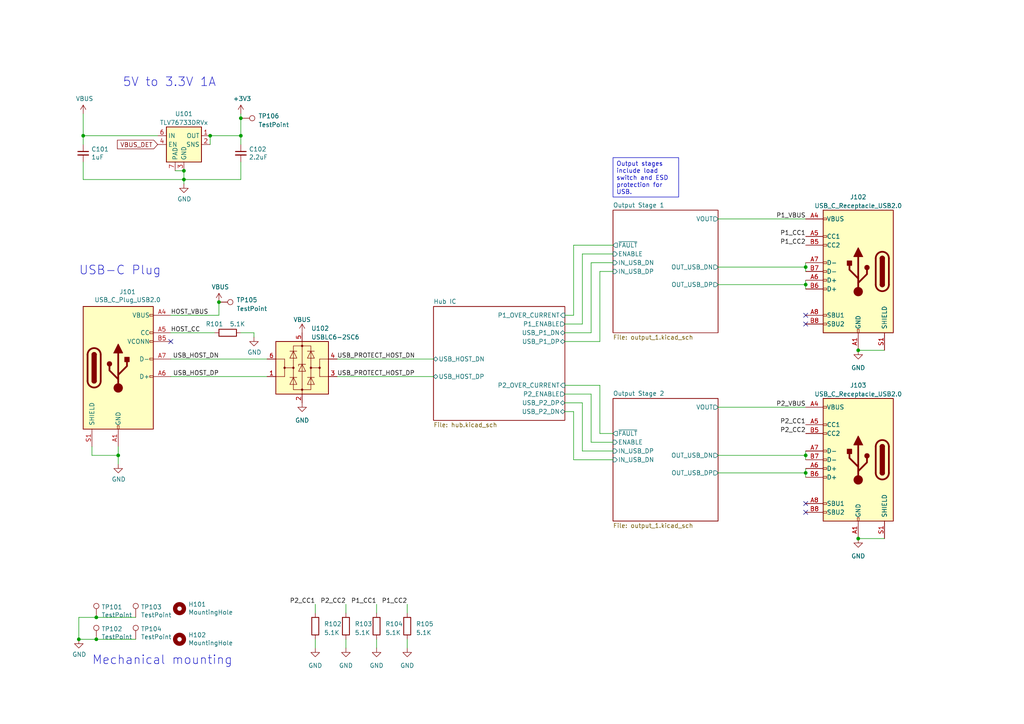
<source format=kicad_sch>
(kicad_sch (version 20230121) (generator eeschema)
  (paper "A4")
  (title_block (title "Expansion Card Template") (date "2020-12-12") (rev "X1") (company "Framework") (comment 1 "This work is licensed under a Creative Commons Attribution 4.0 International License") (comment 4 "https://frame.work"))
  (lib_symbols
    (symbol "2usbc-rescue:+3.3V-power" (power) (pin_names (offset 0))
      (property "Value" "+3.3V-power" (at 0 3.556 0))
      (symbol "+3.3V-power_0_1"
        (polyline (pts (xy -0.762 1.27) (xy 0 2.54)))
        (polyline (pts (xy 0 0) (xy 0 2.54)))
        (polyline (pts (xy 0 2.54) (xy 0.762 1.27)))
      )
      (symbol "+3.3V-power_1_1"
        (pin power_in line (at 0 0 90) (length 0) hide (name "+3V3") (number "1"))
      )
    )
    (symbol "Connector:TestPoint" (pin_numbers hide) (pin_names (offset 0.762) hide)
      (property "Reference" "TP" (at 0 6.858 0))
      (property "Value" "TestPoint" (at 0 5.08 0))
      (symbol "TestPoint_0_1"
        (circle (center 0 3.302) (radius 0.762))
      )
      (symbol "TestPoint_1_1"
        (pin passive line (at 0 0 90) (length 2.54) (name "1") (number "1"))
      )
    )
    (symbol "Connector:USB_C_Plug_USB2.0" (pin_names (offset 1.016))
      (property "Reference" "P" (at -10.16 19.05 0))
      (property "Value" "USB_C_Plug_USB2.0" (at 12.7 19.05 0))
      (symbol "USB_C_Plug_USB2.0_0_0"
        (rectangle (start -0.254 -17.78) (end 0.254 -16.764))
        (rectangle (start 10.16 -2.286) (end 9.144 -2.794))
        (rectangle (start 10.16 2.794) (end 9.144 2.286))
        (rectangle (start 10.16 7.874) (end 9.144 7.366))
        (rectangle (start 10.16 10.414) (end 9.144 9.906))
        (rectangle (start 10.16 15.494) (end 9.144 14.986))
      )
      (symbol "USB_C_Plug_USB2.0_0_1"
        (rectangle (start -10.16 17.78) (end 10.16 -17.78) (stroke (width 0.254)) (fill (type background)))
        (arc (start -8.89 -3.81) (mid -6.985 -5.7067) (end -5.08 -3.81) (stroke (width 0.508)))
        (arc (start -7.62 -3.81) (mid -6.985 -4.4423) (end -6.35 -3.81) (stroke (width 0.254)))
        (arc (start -7.62 -3.81) (mid -6.985 -4.4423) (end -6.35 -3.81) (stroke (width 0.254)) (fill (type outline)))
        (rectangle (start -7.62 -3.81) (end -6.35 3.81) (stroke (width 0.254)) (fill (type outline)))
        (arc (start -6.35 3.81) (mid -6.985 4.4423) (end -7.62 3.81) (stroke (width 0.254)))
        (arc (start -6.35 3.81) (mid -6.985 4.4423) (end -7.62 3.81) (stroke (width 0.254)) (fill (type outline)))
        (arc (start -5.08 3.81) (mid -6.985 5.7067) (end -8.89 3.81) (stroke (width 0.508)))
        (circle (center -2.54 1.143) (radius 0.635) (stroke (width 0.254)) (fill (type outline)))
        (circle (center 0 -5.842) (radius 1.27) (fill (type outline)))
        (polyline (pts (xy -8.89 -3.81) (xy -8.89 3.81)) (stroke (width 0.508)))
        (polyline (pts (xy -5.08 3.81) (xy -5.08 -3.81)) (stroke (width 0.508)))
        (polyline (pts (xy 0 -5.842) (xy 0 4.318)) (stroke (width 0.508)))
        (polyline (pts (xy 0 -3.302) (xy -2.54 -0.762) (xy -2.54 0.508)) (stroke (width 0.508)))
        (polyline (pts (xy 0 -2.032) (xy 2.54 0.508) (xy 2.54 1.778)) (stroke (width 0.508)))
        (polyline (pts (xy -1.27 4.318) (xy 0 6.858) (xy 1.27 4.318) (xy -1.27 4.318)) (stroke (width 0.254)) (fill (type outline)))
        (rectangle (start 1.905 1.778) (end 3.175 3.048) (stroke (width 0.254)) (fill (type outline)))
      )
      (symbol "USB_C_Plug_USB2.0_1_1"
        (pin passive line (at 0 -22.86 90) (length 5.08) (name "GND") (number "A1"))
        (pin passive line (at 0 -22.86 90) (length 5.08) hide (name "GND") (number "A12"))
        (pin passive line (at 15.24 15.24 180) (length 5.08) (name "VBUS") (number "A4"))
        (pin bidirectional line (at 15.24 10.16 180) (length 5.08) (name "CC") (number "A5"))
        (pin bidirectional line (at 15.24 -2.54 180) (length 5.08) (name "D+") (number "A6"))
        (pin bidirectional line (at 15.24 2.54 180) (length 5.08) (name "D-") (number "A7"))
        (pin passive line (at 15.24 15.24 180) (length 5.08) hide (name "VBUS") (number "A9"))
        (pin passive line (at 0 -22.86 90) (length 5.08) hide (name "GND") (number "B1"))
        (pin passive line (at 0 -22.86 90) (length 5.08) hide (name "GND") (number "B12"))
        (pin passive line (at 15.24 15.24 180) (length 5.08) hide (name "VBUS") (number "B4"))
        (pin bidirectional line (at 15.24 7.62 180) (length 5.08) (name "VCONN") (number "B5"))
        (pin passive line (at 15.24 15.24 180) (length 5.08) hide (name "VBUS") (number "B9"))
        (pin passive line (at -7.62 -22.86 90) (length 5.08) (name "SHIELD") (number "S1"))
      )
    )
    (symbol "Connector:USB_C_Receptacle_USB2.0" (pin_names (offset 1.016))
      (property "Reference" "J" (at -10.16 19.05 0))
      (property "Value" "USB_C_Receptacle_USB2.0" (at 19.05 19.05 0))
      (symbol "USB_C_Receptacle_USB2.0_0_0"
        (rectangle (start -0.254 -17.78) (end 0.254 -16.764))
        (rectangle (start 10.16 -14.986) (end 9.144 -15.494))
        (rectangle (start 10.16 -12.446) (end 9.144 -12.954))
        (rectangle (start 10.16 -4.826) (end 9.144 -5.334))
        (rectangle (start 10.16 -2.286) (end 9.144 -2.794))
        (rectangle (start 10.16 0.254) (end 9.144 -0.254))
        (rectangle (start 10.16 2.794) (end 9.144 2.286))
        (rectangle (start 10.16 7.874) (end 9.144 7.366))
        (rectangle (start 10.16 10.414) (end 9.144 9.906))
        (rectangle (start 10.16 15.494) (end 9.144 14.986))
      )
      (symbol "USB_C_Receptacle_USB2.0_0_1"
        (rectangle (start -10.16 17.78) (end 10.16 -17.78) (stroke (width 0.254)) (fill (type background)))
        (arc (start -8.89 -3.81) (mid -6.985 -5.7067) (end -5.08 -3.81) (stroke (width 0.508)))
        (arc (start -7.62 -3.81) (mid -6.985 -4.4423) (end -6.35 -3.81) (stroke (width 0.254)))
        (arc (start -7.62 -3.81) (mid -6.985 -4.4423) (end -6.35 -3.81) (stroke (width 0.254)) (fill (type outline)))
        (rectangle (start -7.62 -3.81) (end -6.35 3.81) (stroke (width 0.254)) (fill (type outline)))
        (arc (start -6.35 3.81) (mid -6.985 4.4423) (end -7.62 3.81) (stroke (width 0.254)))
        (arc (start -6.35 3.81) (mid -6.985 4.4423) (end -7.62 3.81) (stroke (width 0.254)) (fill (type outline)))
        (arc (start -5.08 3.81) (mid -6.985 5.7067) (end -8.89 3.81) (stroke (width 0.508)))
        (circle (center -2.54 1.143) (radius 0.635) (stroke (width 0.254)) (fill (type outline)))
        (circle (center 0 -5.842) (radius 1.27) (fill (type outline)))
        (polyline (pts (xy -8.89 -3.81) (xy -8.89 3.81)) (stroke (width 0.508)))
        (polyline (pts (xy -5.08 3.81) (xy -5.08 -3.81)) (stroke (width 0.508)))
        (polyline (pts (xy 0 -5.842) (xy 0 4.318)) (stroke (width 0.508)))
        (polyline (pts (xy 0 -3.302) (xy -2.54 -0.762) (xy -2.54 0.508)) (stroke (width 0.508)))
        (polyline (pts (xy 0 -2.032) (xy 2.54 0.508) (xy 2.54 1.778)) (stroke (width 0.508)))
        (polyline (pts (xy -1.27 4.318) (xy 0 6.858) (xy 1.27 4.318) (xy -1.27 4.318)) (stroke (width 0.254)) (fill (type outline)))
        (rectangle (start 1.905 1.778) (end 3.175 3.048) (stroke (width 0.254)) (fill (type outline)))
      )
      (symbol "USB_C_Receptacle_USB2.0_1_1"
        (pin passive line (at 0 -22.86 90) (length 5.08) (name "GND") (number "A1"))
        (pin passive line (at 0 -22.86 90) (length 5.08) hide (name "GND") (number "A12"))
        (pin passive line (at 15.24 15.24 180) (length 5.08) (name "VBUS") (number "A4"))
        (pin bidirectional line (at 15.24 10.16 180) (length 5.08) (name "CC1") (number "A5"))
        (pin bidirectional line (at 15.24 -2.54 180) (length 5.08) (name "D+") (number "A6"))
        (pin bidirectional line (at 15.24 2.54 180) (length 5.08) (name "D-") (number "A7"))
        (pin bidirectional line (at 15.24 -12.7 180) (length 5.08) (name "SBU1") (number "A8"))
        (pin passive line (at 15.24 15.24 180) (length 5.08) hide (name "VBUS") (number "A9"))
        (pin passive line (at 0 -22.86 90) (length 5.08) hide (name "GND") (number "B1"))
        (pin passive line (at 0 -22.86 90) (length 5.08) hide (name "GND") (number "B12"))
        (pin passive line (at 15.24 15.24 180) (length 5.08) hide (name "VBUS") (number "B4"))
        (pin bidirectional line (at 15.24 7.62 180) (length 5.08) (name "CC2") (number "B5"))
        (pin bidirectional line (at 15.24 -5.08 180) (length 5.08) (name "D+") (number "B6"))
        (pin bidirectional line (at 15.24 0 180) (length 5.08) (name "D-") (number "B7"))
        (pin bidirectional line (at 15.24 -15.24 180) (length 5.08) (name "SBU2") (number "B8"))
        (pin passive line (at 15.24 15.24 180) (length 5.08) hide (name "VBUS") (number "B9"))
        (pin passive line (at -7.62 -22.86 90) (length 5.08) (name "SHIELD") (number "S1"))
      )
    )
    (symbol "Device:C_Small" (pin_numbers hide) (pin_names (offset 0.254) hide)
      (property "Reference" "C" (at 0.254 1.778 0))
      (property "Value" "C_Small" (at 0.254 -2.032 0))
      (symbol "C_Small_0_1"
        (polyline (pts (xy -1.524 -0.508) (xy 1.524 -0.508)) (stroke (width 0.3302)))
        (polyline (pts (xy -1.524 0.508) (xy 1.524 0.508)) (stroke (width 0.3048)))
      )
      (symbol "C_Small_1_1"
        (pin passive line (at 0 2.54 270) (length 2.032) (name "~") (number "1"))
        (pin passive line (at 0 -2.54 90) (length 2.032) (name "~") (number "2"))
      )
    )
    (symbol "Device:R" (pin_numbers hide) (pin_names (offset 0))
      (property "Reference" "R" (at 2.032 0 90))
      (property "Value" "R" (at 0 0 90))
      (symbol "R_0_1"
        (rectangle (start -1.016 -2.54) (end 1.016 2.54) (stroke (width 0.254)))
      )
      (symbol "R_1_1"
        (pin passive line (at 0 3.81 270) (length 1.27) (name "~") (number "1"))
        (pin passive line (at 0 -3.81 90) (length 1.27) (name "~") (number "2"))
      )
    )
    (symbol "Mechanical:MountingHole" (pin_names (offset 1.016))
      (property "Reference" "H" (at 0 5.08 0))
      (property "Value" "MountingHole" (at 0 3.175 0))
      (symbol "MountingHole_0_1"
        (circle (center 0 0) (radius 1.27) (stroke (width 1.27)))
      )
    )
    (symbol "Power_Protection:USBLC6-2SC6" (pin_names hide)
      (property "Reference" "U" (at 2.54 8.89 0))
      (property "Value" "USBLC6-2SC6" (at 2.54 -8.89 0))
      (symbol "USBLC6-2SC6_0_1"
        (rectangle (start -7.62 -7.62) (end 7.62 7.62) (stroke (width 0.254)) (fill (type background)))
        (circle (center -5.08 0) (radius 0.254) (fill (type outline)))
        (circle (center -2.54 0) (radius 0.254) (fill (type outline)))
        (rectangle (start -2.54 6.35) (end 2.54 -6.35))
        (circle (center 0 -6.35) (radius 0.254) (fill (type outline)))
        (polyline (pts (xy -5.08 -2.54) (xy -7.62 -2.54)))
        (polyline (pts (xy -5.08 0) (xy -5.08 -2.54)))
        (polyline (pts (xy -5.08 2.54) (xy -7.62 2.54)))
        (polyline (pts (xy -1.524 -2.794) (xy -3.556 -2.794)))
        (polyline (pts (xy -1.524 4.826) (xy -3.556 4.826)))
        (polyline (pts (xy 0 -7.62) (xy 0 -6.35)))
        (polyline (pts (xy 0 -6.35) (xy 0 1.27)))
        (polyline (pts (xy 0 1.27) (xy 0 6.35)))
        (polyline (pts (xy 0 6.35) (xy 0 7.62)))
        (polyline (pts (xy 1.524 -2.794) (xy 3.556 -2.794)))
        (polyline (pts (xy 1.524 4.826) (xy 3.556 4.826)))
        (polyline (pts (xy 5.08 -2.54) (xy 7.62 -2.54)))
        (polyline (pts (xy 5.08 0) (xy 5.08 -2.54)))
        (polyline (pts (xy 5.08 2.54) (xy 7.62 2.54)))
        (polyline (pts (xy -2.54 0) (xy -5.08 0) (xy -5.08 2.54)))
        (polyline (pts (xy 2.54 0) (xy 5.08 0) (xy 5.08 2.54)))
        (polyline (pts (xy -3.556 -4.826) (xy -1.524 -4.826) (xy -2.54 -2.794) (xy -3.556 -4.826)))
        (polyline (pts (xy -3.556 2.794) (xy -1.524 2.794) (xy -2.54 4.826) (xy -3.556 2.794)))
        (polyline (pts (xy -1.016 -1.016) (xy 1.016 -1.016) (xy 0 1.016) (xy -1.016 -1.016)))
        (polyline (pts (xy 1.016 1.016) (xy 0.762 1.016) (xy -1.016 1.016) (xy -1.016 0.508)))
        (polyline (pts (xy 3.556 -4.826) (xy 1.524 -4.826) (xy 2.54 -2.794) (xy 3.556 -4.826)))
        (polyline (pts (xy 3.556 2.794) (xy 1.524 2.794) (xy 2.54 4.826) (xy 3.556 2.794)))
        (circle (center 0 6.35) (radius 0.254) (fill (type outline)))
        (circle (center 2.54 0) (radius 0.254) (fill (type outline)))
        (circle (center 5.08 0) (radius 0.254) (fill (type outline)))
      )
      (symbol "USBLC6-2SC6_1_1"
        (pin passive line (at -10.16 -2.54 0) (length 2.54) (name "I/O1") (number "1"))
        (pin passive line (at 0 -10.16 90) (length 2.54) (name "GND") (number "2"))
        (pin passive line (at 10.16 -2.54 180) (length 2.54) (name "I/O2") (number "3"))
        (pin passive line (at 10.16 2.54 180) (length 2.54) (name "I/O2") (number "4"))
        (pin passive line (at 0 10.16 270) (length 2.54) (name "VBUS") (number "5"))
        (pin passive line (at -10.16 2.54 0) (length 2.54) (name "I/O1") (number "6"))
      )
    )
    (symbol "Regulator_Linear:TLV76733DRVx"
      (property "Reference" "U" (at 0 8.89 0))
      (property "Value" "TLV76733DRVx" (at 0 6.35 0))
      (symbol "TLV76733DRVx_0_1"
        (rectangle (start -5.08 -5.08) (end 5.08 5.08) (stroke (width 0.254)) (fill (type background)))
      )
      (symbol "TLV76733DRVx_1_1"
        (pin power_out line (at 7.62 2.54 180) (length 2.54) (name "OUT") (number "1"))
        (pin input line (at 7.62 0 180) (length 2.54) (name "SNS") (number "2"))
        (pin power_in line (at 0 -7.62 90) (length 2.54) (name "GND") (number "3"))
        (pin input line (at -7.62 0 0) (length 2.54) (name "EN") (number "4"))
        (pin passive line (at 0 -7.62 90) (length 2.54) hide (name "GND") (number "5"))
        (pin power_in line (at -7.62 2.54 0) (length 2.54) (name "IN") (number "6"))
        (pin passive line (at -2.54 -7.62 90) (length 2.54) (name "PAD") (number "7"))
      )
    )
    (symbol "power:GND" (power) (pin_names (offset 0))
      (property "Value" "GND" (at 0 -3.81 0))
      (symbol "GND_0_1"
        (polyline (pts (xy 0 0) (xy 0 -1.27) (xy 1.27 -1.27) (xy 0 -2.54) (xy -1.27 -1.27) (xy 0 -1.27)))
      )
      (symbol "GND_1_1"
        (pin power_in line (at 0 0 270) (length 0) hide (name "GND") (number "1"))
      )
    )
    (symbol "power:VBUS" (power) (pin_names (offset 0))
      (property "Value" "VBUS" (at 0 3.81 0))
      (symbol "VBUS_0_1"
        (polyline (pts (xy -0.762 1.27) (xy 0 2.54)))
        (polyline (pts (xy 0 0) (xy 0 2.54)))
        (polyline (pts (xy 0 2.54) (xy 0.762 1.27)))
      )
      (symbol "VBUS_1_1"
        (pin power_in line (at 0 0 90) (length 0) hide (name "VBUS") (number "1"))
      )
    )
  )
  (junction (at 233.68 82.55))
  (junction (at 63.5 87.63))
  (junction (at 248.92 156.21))
  (junction (at 53.34 49.53))
  (junction (at 69.85 34.29))
  (junction (at 22.86 185.42))
  (junction (at 53.34 52.07))
  (junction (at 233.68 137.16))
  (junction (at 27.94 179.07))
  (junction (at 69.85 39.37))
  (junction (at 60.96 39.37))
  (junction (at 233.68 132.08))
  (junction (at 34.29 132.08))
  (junction (at 24.13 39.37))
  (junction (at 27.94 185.42))
  (junction (at 233.68 77.47))
  (junction (at 248.92 101.6))
  (no_connect (at 233.68 146.05))
  (no_connect (at 233.68 93.98))
  (no_connect (at 233.68 91.44))
  (no_connect (at 49.53 99.06))
  (no_connect (at 233.68 148.59))
  (wire (pts (xy 49.53 109.22) (xy 77.47 109.22)))
  (wire (pts (xy 208.28 118.11) (xy 233.68 118.11)))
  (wire (pts (xy 49.53 96.52) (xy 62.23 96.52)))
  (wire (pts (xy 100.33 185.42) (xy 100.33 187.96)))
  (wire (pts (xy 208.28 132.08) (xy 233.68 132.08)))
  (wire (pts (xy 34.29 134.62) (xy 34.29 132.08)))
  (wire (pts (xy 24.13 41.91) (xy 24.13 39.37)))
  (wire (pts (xy 233.68 77.47) (xy 233.68 78.74)))
  (wire (pts (xy 208.28 82.55) (xy 233.68 82.55)))
  (wire (pts (xy 91.44 175.26) (xy 91.44 177.8)))
  (wire (pts (xy 100.33 175.26) (xy 100.33 177.8)))
  (wire (pts (xy 69.85 33.02) (xy 69.85 34.29)))
  (wire (pts (xy 171.45 96.52) (xy 171.45 76.2)))
  (wire (pts (xy 248.92 156.21) (xy 256.54 156.21)))
  (wire (pts (xy 49.53 91.44) (xy 63.5 91.44)))
  (wire (pts (xy 248.92 101.6) (xy 256.54 101.6)))
  (wire (pts (xy 173.99 78.74) (xy 177.8 78.74)))
  (wire (pts (xy 53.34 52.07) (xy 53.34 53.34)))
  (wire (pts (xy 50.8 49.53) (xy 53.34 49.53)))
  (wire (pts (xy 34.29 132.08) (xy 34.29 129.54)))
  (wire (pts (xy 69.85 34.29) (xy 69.85 39.37)))
  (wire (pts (xy 22.86 179.07) (xy 22.86 185.42)))
  (wire (pts (xy 166.37 71.12) (xy 177.8 71.12)))
  (wire (pts (xy 60.96 39.37) (xy 60.96 41.91)))
  (wire (pts (xy 233.68 82.55) (xy 233.68 83.82)))
  (wire (pts (xy 177.8 128.27) (xy 171.45 128.27)))
  (wire (pts (xy 73.66 96.52) (xy 73.66 97.79)))
  (wire (pts (xy 173.99 125.73) (xy 177.8 125.73)))
  (wire (pts (xy 24.13 46.99) (xy 24.13 52.07)))
  (wire (pts (xy 24.13 39.37) (xy 45.72 39.37)))
  (wire (pts (xy 163.83 116.84) (xy 168.91 116.84)))
  (wire (pts (xy 171.45 128.27) (xy 171.45 114.3)))
  (wire (pts (xy 39.37 185.42) (xy 27.94 185.42)))
  (wire (pts (xy 97.79 104.14) (xy 125.73 104.14)))
  (wire (pts (xy 26.67 132.08) (xy 34.29 132.08)))
  (wire (pts (xy 69.85 46.99) (xy 69.85 52.07)))
  (wire (pts (xy 53.34 49.53) (xy 53.34 52.07)))
  (wire (pts (xy 97.79 109.22) (xy 125.73 109.22)))
  (wire (pts (xy 24.13 33.02) (xy 24.13 39.37)))
  (wire (pts (xy 168.91 130.81) (xy 177.8 130.81)))
  (wire (pts (xy 171.45 76.2) (xy 177.8 76.2)))
  (wire (pts (xy 118.11 185.42) (xy 118.11 187.96)))
  (wire (pts (xy 173.99 99.06) (xy 173.99 78.74)))
  (wire (pts (xy 233.68 137.16) (xy 233.68 138.43)))
  (wire (pts (xy 27.94 179.07) (xy 22.86 179.07)))
  (wire (pts (xy 39.37 179.07) (xy 27.94 179.07)))
  (wire (pts (xy 233.68 77.47) (xy 233.68 76.2)))
  (wire (pts (xy 233.68 81.28) (xy 233.68 82.55)))
  (wire (pts (xy 163.83 99.06) (xy 173.99 99.06)))
  (wire (pts (xy 63.5 87.63) (xy 63.5 91.44)))
  (wire (pts (xy 166.37 91.44) (xy 166.37 71.12)))
  (wire (pts (xy 233.68 132.08) (xy 233.68 133.35)))
  (wire (pts (xy 233.68 130.81) (xy 233.68 132.08)))
  (wire (pts (xy 163.83 91.44) (xy 166.37 91.44)))
  (wire (pts (xy 163.83 93.98) (xy 168.91 93.98)))
  (wire (pts (xy 208.28 63.5) (xy 233.68 63.5)))
  (wire (pts (xy 49.53 104.14) (xy 77.47 104.14)))
  (wire (pts (xy 168.91 116.84) (xy 168.91 130.81)))
  (wire (pts (xy 27.94 185.42) (xy 22.86 185.42)))
  (wire (pts (xy 69.85 96.52) (xy 73.66 96.52)))
  (wire (pts (xy 171.45 114.3) (xy 163.83 114.3)))
  (wire (pts (xy 24.13 52.07) (xy 53.34 52.07)))
  (wire (pts (xy 53.34 52.07) (xy 69.85 52.07)))
  (wire (pts (xy 26.67 129.54) (xy 26.67 132.08)))
  (wire (pts (xy 168.91 73.66) (xy 177.8 73.66)))
  (wire (pts (xy 118.11 175.26) (xy 118.11 177.8)))
  (wire (pts (xy 166.37 119.38) (xy 166.37 133.35)))
  (wire (pts (xy 208.28 77.47) (xy 233.68 77.47)))
  (wire (pts (xy 163.83 96.52) (xy 171.45 96.52)))
  (wire (pts (xy 233.68 135.89) (xy 233.68 137.16)))
  (wire (pts (xy 163.83 119.38) (xy 166.37 119.38)))
  (wire (pts (xy 60.96 39.37) (xy 69.85 39.37)))
  (wire (pts (xy 168.91 93.98) (xy 168.91 73.66)))
  (wire (pts (xy 166.37 133.35) (xy 177.8 133.35)))
  (wire (pts (xy 109.22 175.26) (xy 109.22 177.8)))
  (wire (pts (xy 208.28 137.16) (xy 233.68 137.16)))
  (wire (pts (xy 91.44 185.42) (xy 91.44 187.96)))
  (wire (pts (xy 163.83 111.76) (xy 173.99 111.76)))
  (wire (pts (xy 173.99 111.76) (xy 173.99 125.73)))
  (wire (pts (xy 109.22 185.42) (xy 109.22 187.96)))
  (wire (pts (xy 69.85 41.91) (xy 69.85 39.37)))
  (text_box "Output stages include load switch and ESD protection for USB." (at 177.8 45.72 0) (size 19.05 11.43) (effects (font (size 1.27 1.27)) (justify left top)))
  (text "5V to 3.3V 1A" (at 35.56 25.4 0) (effects (font (size 2.54 2.54)) (justify left bottom)))
  (text "USB-C Plug" (at 22.86 80.01 0) (effects (font (size 2.54 2.54)) (justify left bottom)))
  (text "Mechanical mounting" (at 26.67 193.04 0) (effects (font (size 2.54 2.54)) (justify left bottom)))
  (label "HOST_VBUS" (at 49.53 91.44 0))
  (label "USB_PROTECT_HOST_DN" (at 97.79 104.14 0))
  (label "P2_CC1" (at 91.44 175.26 180))
  (label "USB_HOST_DP" (at 63.5 109.22 180))
  (label "P2_CC1" (at 233.68 123.19 180))
  (label "USB_PROTECT_HOST_DP" (at 97.79 109.22 0))
  (label "P2_CC2" (at 100.33 175.26 180))
  (label "P1_CC2" (at 233.68 71.12 180))
  (label "P1_CC1" (at 109.22 175.26 180))
  (label "P1_CC1" (at 233.68 68.58 180))
  (label "USB_HOST_DN" (at 63.5 104.14 180))
  (label "P2_CC2" (at 233.68 125.73 180))
  (label "HOST_CC" (at 49.53 96.52 0))
  (label "P2_VBUS" (at 233.68 118.11 180))
  (label "P1_CC2" (at 118.11 175.26 180))
  (label "P1_VBUS" (at 233.68 63.5 180))
  (global_label "VBUS_DET" (shape input) (at 45.72 41.91 180) (property "Intersheetrefs" "${INTERSHEET_REFS}" (effects hide)))
  (symbol (lib_id "Device:C_Small") (at 24.13 44.45 0) (unit 1)
    (property "Reference" "C101" (at 26.4668 43.2816 0) (effects (justify left)))
    (property "Value" "1uF" (at 26.4668 45.593 0) (effects (justify left)))
    (property "Footprint" "Capacitor_SMD:C_0201_0603Metric" (effects hide))
  )
  (symbol (lib_id "Device:C_Small") (at 69.85 44.45 0) (unit 1)
    (property "Reference" "C102" (at 72.1868 43.2816 0) (effects (justify left)))
    (property "Value" "2.2uF" (at 72.1868 45.593 0) (effects (justify left)))
    (property "Footprint" "Capacitor_SMD:C_0201_0603Metric" (effects hide))
  )
  (symbol (lib_id "2usbc-rescue:+3.3V-power") (at 69.85 33.02 0) (unit 1)
    (property "Reference" "#PWR05" (effects hide))
    (property "Value" "+3.3V" (at 70.231 28.6258 0))
  )
  (symbol (lib_id "power:GND") (at 53.34 53.34 0) (unit 1)
    (property "Reference" "#PWR06" (effects hide))
    (property "Value" "GND" (at 53.467 57.7342 0))
  )
  (symbol (lib_id "power:VBUS") (at 24.13 33.02 0) (unit 1)
    (property "Reference" "#PWR04" (effects hide))
    (property "Value" "VBUS" (at 24.511 28.6258 0))
  )
  (symbol (lib_id "Mechanical:MountingHole") (at 52.07 176.53 0) (unit 1)
    (property "Reference" "H101" (at 54.61 175.2854 0) (effects (justify left)))
    (property "Value" "MountingHole" (at 54.61 177.5968 0) (effects (justify left)))
    (property "Footprint" "MountingHole:MountingHole_2.2mm_M2" (effects hide))
  )
  (symbol (lib_id "Mechanical:MountingHole") (at 52.07 185.42 0) (unit 1)
    (property "Reference" "H102" (at 54.61 184.1754 0) (effects (justify left)))
    (property "Value" "MountingHole" (at 54.61 186.4868 0) (effects (justify left)))
    (property "Footprint" "MountingHole:MountingHole_2.2mm_M2" (effects hide))
  )
  (symbol (lib_id "Connector:TestPoint") (at 39.37 179.07 0) (unit 1)
    (property "Reference" "TP103" (at 40.8432 176.0728 0) (effects (justify left)))
    (property "Value" "TestPoint" (at 40.8432 178.3842 0) (effects (justify left)))
    (property "Footprint" "TestPoint:TestPoint_Pad_1.5x1.5mm" (effects hide))
  )
  (symbol (lib_id "Connector:TestPoint") (at 27.94 179.07 0) (unit 1)
    (property "Reference" "TP101" (at 29.4132 176.0728 0) (effects (justify left)))
    (property "Value" "TestPoint" (at 29.4132 178.3842 0) (effects (justify left)))
    (property "Footprint" "TestPoint:TestPoint_Pad_1.5x1.5mm" (effects hide))
  )
  (symbol (lib_id "Connector:TestPoint") (at 27.94 185.42 0) (unit 1)
    (property "Reference" "TP102" (at 29.4132 182.4228 0) (effects (justify left)))
    (property "Value" "TestPoint" (at 29.4132 184.7342 0) (effects (justify left)))
    (property "Footprint" "TestPoint:TestPoint_Pad_1.5x1.5mm" (effects hide))
  )
  (symbol (lib_id "Connector:TestPoint") (at 39.37 185.42 0) (unit 1)
    (property "Reference" "TP104" (at 40.8432 182.4228 0) (effects (justify left)))
    (property "Value" "TestPoint" (at 40.8432 184.7342 0) (effects (justify left)))
    (property "Footprint" "TestPoint:TestPoint_Pad_1.5x1.5mm" (effects hide))
  )
  (symbol (lib_id "power:GND") (at 22.86 185.42 0) (unit 1)
    (property "Reference" "#PWR0101" (effects hide))
    (property "Value" "GND" (at 22.987 189.8142 0))
  )
  (symbol (lib_id "Connector:USB_C_Plug_USB2.0") (at 34.29 106.68 0) (unit 1)
    (property "Reference" "J101" (at 37.0078 84.6582 0))
    (property "Value" "USB_C_Plug_USB2.0" (at 37.0078 86.9696 0))
    (property "Footprint" "Expansion_Card:USB_C_Plug_Molex_105444" (effects hide))
    (property "Datasheet" "https://www.usb.org/sites/default/files/documents/usb_type-c.zip" (effects hide))
  )
  (symbol (lib_id "Device:R") (at 109.22 181.61 0) (unit 1)
    (property "Reference" "R104" (at 111.76 180.975 0) (effects (justify left)))
    (property "Value" "5.1K" (at 111.76 183.515 0) (effects (justify left)))
    (property "Footprint" "Resistor_SMD:R_0201_0603Metric" (effects hide))
  )
  (symbol (lib_id "power:GND") (at 34.29 134.62 0) (unit 1)
    (property "Reference" "#PWR0201" (effects hide))
    (property "Value" "GND" (at 34.417 139.0142 0))
  )
  (symbol (lib_id "Device:R") (at 66.04 96.52 90) (unit 1)
    (property "Reference" "R101" (at 64.77 93.98 90) (effects (justify left)))
    (property "Value" "5.1K" (at 71.12 93.98 90) (effects (justify left)))
    (property "Footprint" "Resistor_SMD:R_0201_0603Metric" (effects hide))
  )
  (symbol (lib_id "Power_Protection:USBLC6-2SC6") (at 87.63 106.68 0) (unit 1)
    (property "Reference" "U102" (at 90.2717 95.25 0) (effects (justify left)))
    (property "Value" "USBLC6-2SC6" (at 90.2717 97.79 0) (effects (justify left)))
    (property "Footprint" "Package_TO_SOT_SMD:SOT-23-6" (effects hide))
    (property "Datasheet" "https://www.st.com/resource/en/datasheet/usblc6-2.pdf" (effects hide))
  )
  (symbol (lib_id "Connector:USB_C_Receptacle_USB2.0") (at 248.92 78.74 0) (mirror y) (unit 1)
    (property "Reference" "J102" (at 248.92 57.15 0))
    (property "Value" "USB_C_Receptacle_USB2.0" (at 248.92 59.69 0))
    (property "Footprint" "2usb:MOLEX_2169900003" (effects hide))
    (property "Datasheet" "https://www.usb.org/sites/default/files/documents/usb_type-c.zip" (effects hide))
  )
  (symbol (lib_id "power:GND") (at 118.11 187.96 0) (unit 1)
    (property "Reference" "#PWR0108" (effects hide))
    (property "Value" "GND" (at 118.11 193.04 0))
  )
  (symbol (lib_id "power:GND") (at 109.22 187.96 0) (unit 1)
    (property "Reference" "#PWR0107" (effects hide))
    (property "Value" "GND" (at 109.22 193.04 0))
  )
  (symbol (lib_id "Connector:TestPoint") (at 63.5 87.63 270) (unit 1)
    (property "Reference" "TP105" (at 68.58 86.995 90) (effects (justify left)))
    (property "Value" "TestPoint" (at 68.58 89.535 90) (effects (justify left)))
    (property "Footprint" "2usb:TestPoint_MD" (effects hide))
  )
  (symbol (lib_id "power:GND") (at 248.92 101.6 0) (unit 1)
    (property "Reference" "#PWR0109" (effects hide))
    (property "Value" "GND" (at 248.92 106.68 0))
  )
  (symbol (lib_id "power:GND") (at 91.44 187.96 0) (unit 1)
    (property "Reference" "#PWR0105" (effects hide))
    (property "Value" "GND" (at 91.44 193.04 0))
  )
  (symbol (lib_id "power:GND") (at 248.92 156.21 0) (unit 1)
    (property "Reference" "#PWR0110" (effects hide))
    (property "Value" "GND" (at 248.92 161.29 0))
  )
  (symbol (lib_id "Device:R") (at 100.33 181.61 0) (unit 1)
    (property "Reference" "R103" (at 102.87 180.975 0) (effects (justify left)))
    (property "Value" "5.1K" (at 102.87 183.515 0) (effects (justify left)))
    (property "Footprint" "Resistor_SMD:R_0201_0603Metric" (effects hide))
  )
  (symbol (lib_id "Device:R") (at 91.44 181.61 0) (unit 1)
    (property "Reference" "R102" (at 93.98 180.975 0) (effects (justify left)))
    (property "Value" "5.1K" (at 93.98 183.515 0) (effects (justify left)))
    (property "Footprint" "Resistor_SMD:R_0201_0603Metric" (effects hide))
  )
  (symbol (lib_id "Device:R") (at 118.11 181.61 0) (unit 1)
    (property "Reference" "R105" (at 120.65 180.975 0) (effects (justify left)))
    (property "Value" "5.1K" (at 120.65 183.515 0) (effects (justify left)))
    (property "Footprint" "Resistor_SMD:R_0201_0603Metric" (effects hide))
  )
  (symbol (lib_id "power:GND") (at 100.33 187.96 0) (unit 1)
    (property "Reference" "#PWR0106" (effects hide))
    (property "Value" "GND" (at 100.33 193.04 0))
  )
  (symbol (lib_id "Connector:TestPoint") (at 69.85 34.29 270) (unit 1)
    (property "Reference" "TP106" (at 74.93 33.655 90) (effects (justify left)))
    (property "Value" "TestPoint" (at 74.93 36.195 90) (effects (justify left)))
    (property "Footprint" "2usb:TestPoint_MD" (effects hide))
  )
  (symbol (lib_id "power:GND") (at 87.63 116.84 0) (unit 1)
    (property "Reference" "#PWR0104" (effects hide))
    (property "Value" "GND" (at 87.63 121.92 0))
  )
  (symbol (lib_id "Connector:USB_C_Receptacle_USB2.0") (at 248.92 133.35 0) (mirror y) (unit 1)
    (property "Reference" "J103" (at 248.92 111.76 0))
    (property "Value" "USB_C_Receptacle_USB2.0" (at 248.92 114.3 0))
    (property "Footprint" "2usb:MOLEX_2169900003" (effects hide))
    (property "Datasheet" "https://www.usb.org/sites/default/files/documents/usb_type-c.zip" (effects hide))
  )
  (symbol (lib_id "power:GND") (at 73.66 97.79 0) (unit 1)
    (property "Reference" "#PWR0202" (effects hide))
    (property "Value" "GND" (at 73.787 102.1842 0))
  )
  (symbol (lib_id "Regulator_Linear:TLV76733DRVx") (at 53.34 41.91 0) (unit 1)
    (property "Reference" "U101" (at 53.34 33.02 0))
    (property "Value" "TLV76733DRVx" (at 53.34 35.56 0))
    (property "Footprint" "Package_SON:WSON-6-1EP_2x2mm_P0.65mm_EP1x1.6mm_ThermalVias" (effects hide))
    (property "Datasheet" "www.ti.com/lit/gpn/TLV767" (effects hide))
  )
  (symbol (lib_id "power:VBUS") (at 87.63 96.52 0) (unit 1)
    (property "Reference" "#PWR0103" (effects hide))
    (property "Value" "VBUS" (at 87.63 92.71 0))
  )
  (symbol (lib_id "power:VBUS") (at 63.5 87.63 0) (unit 1)
    (property "Reference" "#PWR0111" (effects hide))
    (property "Value" "VBUS" (at 63.881 83.2358 0))
  )
  (sheet (at 177.8 60.96) (size 30.48 35.56) (stroke (width 0.1524))
    (property "Sheetname" "Output Stage 1" (at 177.8 60.2484 0) (effects (justify left bottom)))
    (property "Sheetfile" "output_1.kicad_sch" (at 177.8 97.1046 0) (effects (justify left top)))
    (pin "ENABLE" input (at 177.8 73.66 180))
    (pin "~{FAULT}" output (at 177.8 71.12 180))
    (pin "VOUT" output (at 208.28 63.5 0))
    (pin "IN_USB_DN" input (at 177.8 76.2 180))
    (pin "IN_USB_DP" input (at 177.8 78.74 180))
    (pin "OUT_USB_DN" output (at 208.28 77.47 0))
    (pin "OUT_USB_DP" output (at 208.28 82.55 0))
  )
  (sheet (at 177.8 115.57) (size 30.48 35.56) (stroke (width 0.1524))
    (property "Sheetname" "Output Stage 2" (at 177.8 114.8584 0) (effects (justify left bottom)))
    (property "Sheetfile" "output_1.kicad_sch" (at 177.8 151.7146 0) (effects (justify left top)))
    (pin "ENABLE" input (at 177.8 128.27 180))
    (pin "~{FAULT}" output (at 177.8 125.73 180))
    (pin "VOUT" output (at 208.28 118.11 0))
    (pin "IN_USB_DN" input (at 177.8 133.35 180))
    (pin "IN_USB_DP" input (at 177.8 130.81 180))
    (pin "OUT_USB_DN" output (at 208.28 132.08 0))
    (pin "OUT_USB_DP" output (at 208.28 137.16 0))
  )
  (sheet (at 125.73 88.9) (size 38.1 33.02) (stroke (width 0.1524))
    (property "Sheetname" "Hub IC" (at 125.73 88.1884 0) (effects (justify left bottom)))
    (property "Sheetfile" "hub.kicad_sch" (at 125.73 122.5046 0) (effects (justify left top)))
    (pin "USB_HOST_DP" bidirectional (at 125.73 109.22 180))
    (pin "USB_HOST_DN" bidirectional (at 125.73 104.14 180))
    (pin "P1_OVER_CURRENT" input (at 163.83 91.44 0))
    (pin "USB_P2_DP" bidirectional (at 163.83 116.84 0))
    (pin "P2_ENABLE" output (at 163.83 114.3 0))
    (pin "USB_P1_DP" bidirectional (at 163.83 99.06 0))
    (pin "P1_ENABLE" output (at 163.83 93.98 0))
    (pin "USB_P1_DN" bidirectional (at 163.83 96.52 0))
    (pin "P2_OVER_CURRENT" input (at 163.83 111.76 0))
    (pin "USB_P2_DN" bidirectional (at 163.83 119.38 0))
  )
)
</source>
